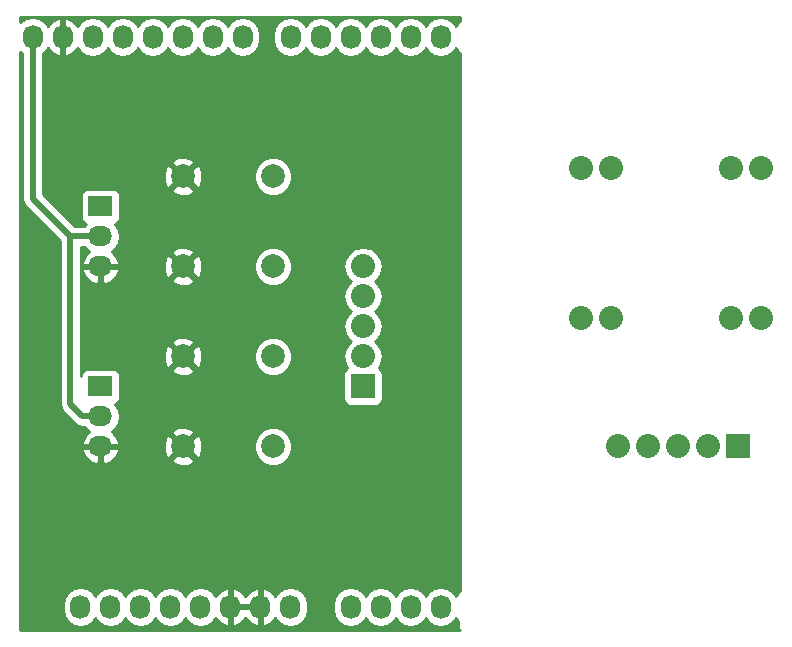
<source format=gbl>
G04 This is an RS-274x file exported by *
G04 gerbv version 2.6.0 *
G04 More information is available about gerbv at *
G04 http://gerbv.gpleda.org/ *
G04 --End of header info--*
%MOIN*%
%FSLAX36Y36*%
%IPPOS*%
G04 --Define apertures--*
%ADD10C,0.0039*%
%ADD11R,0.0800X0.0800*%
%ADD12O,0.0800X0.0800*%
%ADD13O,0.0680X0.0800*%
%ADD14C,0.0787*%
%ADD15C,0.0800*%
%ADD16R,0.0800X0.0680*%
%ADD17O,0.0800X0.0680*%
%ADD18C,0.0200*%
%ADD19C,0.0100*%
G04 --Start main section--*
G54D11*
G01X7660000Y-4340000D03*
G54D12*
G01X7560000Y-4340000D03*
G01X7460000Y-4340000D03*
G01X7360000Y-4340000D03*
G01X7260000Y-4340000D03*
G54D13*
G01X5468000Y-4875000D03*
G01X5568000Y-4875000D03*
G01X5668000Y-4875000D03*
G01X5768000Y-4875000D03*
G01X5868000Y-4875000D03*
G01X5968000Y-4875000D03*
G01X6068000Y-4875000D03*
G01X6168000Y-4875000D03*
G01X6369000Y-4875000D03*
G01X6469000Y-4875000D03*
G01X6569000Y-4875000D03*
G01X6669000Y-4875000D03*
G01X6369000Y-2975000D03*
G01X6469000Y-2975000D03*
G01X6269000Y-2975000D03*
G01X6169000Y-2975000D03*
G01X6569000Y-2975000D03*
G01X6669000Y-2975000D03*
G01X5509000Y-2975000D03*
G01X5609000Y-2975000D03*
G01X5709000Y-2975000D03*
G01X6009000Y-2975000D03*
G01X5909000Y-2975000D03*
G01X5809000Y-2975000D03*
G01X5309000Y-2975000D03*
G01X5409000Y-2975000D03*
G54D14*
G01X6110000Y-3740000D03*
G01X5810000Y-3740000D03*
G54D15*
G01X7137795Y-3411775D03*
G54D12*
G01X7237795Y-3411775D03*
G54D14*
G01X6110000Y-4040000D03*
G01X5810000Y-4040000D03*
G54D15*
G01X7737795Y-3411775D03*
G54D12*
G01X7637795Y-3411775D03*
G54D14*
G01X6110000Y-3440000D03*
G01X5810000Y-3440000D03*
G54D15*
G01X7237795Y-3911775D03*
G54D12*
G01X7137795Y-3911775D03*
G54D14*
G01X6110000Y-4340000D03*
G01X5810000Y-4340000D03*
G54D15*
G01X7737795Y-3911775D03*
G54D12*
G01X7637795Y-3911775D03*
G54D16*
G01X5535000Y-4140000D03*
G54D17*
G01X5535000Y-4240000D03*
G01X5535000Y-4340000D03*
G54D16*
G01X5535000Y-3540000D03*
G54D17*
G01X5535000Y-3640000D03*
G01X5535000Y-3740000D03*
G54D11*
G01X6410000Y-4140000D03*
G54D12*
G01X6410000Y-4040000D03*
G01X6410000Y-3940000D03*
G01X6410000Y-3840000D03*
G01X6410000Y-3740000D03*
G54D18*
G01X5435000Y-3640000D02*
G01X5435000Y-4200000D01*
G01X5435000Y-4200000D02*
G01X5475000Y-4240000D01*
G01X5475000Y-4240000D02*
G01X5535000Y-4240000D01*
G01X5309000Y-3514000D02*
G01X5435000Y-3640000D01*
G01X5435000Y-3640000D02*
G01X5535000Y-3640000D01*
G01X5309000Y-2975000D02*
G01X5309000Y-3514000D01*
G54D19*
G36*
G01X6732047Y-2922822D02*
G01X6727281Y-2926007D01*
G01X6719000Y-2938400D01*
G01X6710719Y-2926007D01*
G01X6691578Y-2913218D01*
G01X6669000Y-2908727D01*
G01X6646422Y-2913218D01*
G01X6627281Y-2926007D01*
G01X6619000Y-2938400D01*
G01X6610719Y-2926007D01*
G01X6591578Y-2913218D01*
G01X6569000Y-2908727D01*
G01X6546422Y-2913218D01*
G01X6527281Y-2926007D01*
G01X6519000Y-2938400D01*
G01X6510719Y-2926007D01*
G01X6491578Y-2913218D01*
G01X6469000Y-2908727D01*
G01X6446422Y-2913218D01*
G01X6427281Y-2926007D01*
G01X6419000Y-2938400D01*
G01X6410719Y-2926007D01*
G01X6391578Y-2913218D01*
G01X6369000Y-2908727D01*
G01X6346422Y-2913218D01*
G01X6327281Y-2926007D01*
G01X6319000Y-2938400D01*
G01X6310719Y-2926007D01*
G01X6291578Y-2913218D01*
G01X6269000Y-2908727D01*
G01X6246422Y-2913218D01*
G01X6227281Y-2926007D01*
G01X6219000Y-2938400D01*
G01X6210719Y-2926007D01*
G01X6191578Y-2913218D01*
G01X6169000Y-2908727D01*
G01X6146422Y-2913218D01*
G01X6127281Y-2926007D01*
G01X6114491Y-2945148D01*
G01X6110000Y-2967727D01*
G01X6110000Y-2982273D01*
G01X6114491Y-3004852D01*
G01X6127281Y-3023993D01*
G01X6146422Y-3036782D01*
G01X6169000Y-3041273D01*
G01X6191578Y-3036782D01*
G01X6210719Y-3023993D01*
G01X6219000Y-3011600D01*
G01X6227281Y-3023993D01*
G01X6246422Y-3036782D01*
G01X6269000Y-3041273D01*
G01X6291578Y-3036782D01*
G01X6310719Y-3023993D01*
G01X6319000Y-3011600D01*
G01X6327281Y-3023993D01*
G01X6346422Y-3036782D01*
G01X6369000Y-3041273D01*
G01X6391578Y-3036782D01*
G01X6410719Y-3023993D01*
G01X6419000Y-3011600D01*
G01X6427281Y-3023993D01*
G01X6446422Y-3036782D01*
G01X6469000Y-3041273D01*
G01X6491578Y-3036782D01*
G01X6510719Y-3023993D01*
G01X6519000Y-3011600D01*
G01X6527281Y-3023993D01*
G01X6546422Y-3036782D01*
G01X6569000Y-3041273D01*
G01X6591578Y-3036782D01*
G01X6610719Y-3023993D01*
G01X6619000Y-3011600D01*
G01X6627281Y-3023993D01*
G01X6646422Y-3036782D01*
G01X6669000Y-3041273D01*
G01X6691578Y-3036782D01*
G01X6710719Y-3023993D01*
G01X6719000Y-3011600D01*
G01X6727281Y-3023993D01*
G01X6732047Y-3027178D01*
G01X6732047Y-4822822D01*
G01X6727281Y-4826007D01*
G01X6719000Y-4838400D01*
G01X6710719Y-4826007D01*
G01X6691578Y-4813218D01*
G01X6669000Y-4808727D01*
G01X6646422Y-4813218D01*
G01X6627281Y-4826007D01*
G01X6619000Y-4838400D01*
G01X6610719Y-4826007D01*
G01X6591578Y-4813218D01*
G01X6569000Y-4808727D01*
G01X6546422Y-4813218D01*
G01X6527281Y-4826007D01*
G01X6519000Y-4838400D01*
G01X6510719Y-4826007D01*
G01X6491578Y-4813218D01*
G01X6469000Y-4808727D01*
G01X6446422Y-4813218D01*
G01X6427281Y-4826007D01*
G01X6419000Y-4838400D01*
G01X6410719Y-4826007D01*
G01X6391578Y-4813218D01*
G01X6369000Y-4808727D01*
G01X6346422Y-4813218D01*
G01X6327281Y-4826007D01*
G01X6314491Y-4845148D01*
G01X6310000Y-4867727D01*
G01X6310000Y-4882273D01*
G01X6314491Y-4904852D01*
G01X6327281Y-4923993D01*
G01X6346422Y-4936782D01*
G01X6369000Y-4941273D01*
G01X6391578Y-4936782D01*
G01X6410719Y-4923993D01*
G01X6419000Y-4911600D01*
G01X6427281Y-4923993D01*
G01X6446422Y-4936782D01*
G01X6469000Y-4941273D01*
G01X6491578Y-4936782D01*
G01X6510719Y-4923993D01*
G01X6519000Y-4911600D01*
G01X6527281Y-4923993D01*
G01X6546422Y-4936782D01*
G01X6569000Y-4941273D01*
G01X6591578Y-4936782D01*
G01X6610719Y-4923993D01*
G01X6619000Y-4911600D01*
G01X6627281Y-4923993D01*
G01X6646422Y-4936782D01*
G01X6669000Y-4941273D01*
G01X6691578Y-4936782D01*
G01X6710719Y-4923993D01*
G01X6719000Y-4911600D01*
G01X6727281Y-4923993D01*
G01X6732047Y-4927178D01*
G01X6732047Y-4952047D01*
G01X5267953Y-4952047D01*
G01X5267953Y-4867727D01*
G01X5409000Y-4867727D01*
G01X5409000Y-4882273D01*
G01X5413491Y-4904852D01*
G01X5426281Y-4923993D01*
G01X5445422Y-4936782D01*
G01X5468000Y-4941273D01*
G01X5490578Y-4936782D01*
G01X5509719Y-4923993D01*
G01X5518000Y-4911600D01*
G01X5526281Y-4923993D01*
G01X5545422Y-4936782D01*
G01X5568000Y-4941273D01*
G01X5590578Y-4936782D01*
G01X5609719Y-4923993D01*
G01X5618000Y-4911600D01*
G01X5626281Y-4923993D01*
G01X5645422Y-4936782D01*
G01X5668000Y-4941273D01*
G01X5690578Y-4936782D01*
G01X5709719Y-4923993D01*
G01X5718000Y-4911600D01*
G01X5726281Y-4923993D01*
G01X5745422Y-4936782D01*
G01X5768000Y-4941273D01*
G01X5790578Y-4936782D01*
G01X5809719Y-4923993D01*
G01X5818000Y-4911600D01*
G01X5826281Y-4923993D01*
G01X5845422Y-4936782D01*
G01X5868000Y-4941273D01*
G01X5890578Y-4936782D01*
G01X5909719Y-4923993D01*
G01X5917861Y-4911808D01*
G01X5932487Y-4928178D01*
G01X5953244Y-4938178D01*
G01X5953865Y-4938282D01*
G01X5963000Y-4933512D01*
G01X5963000Y-4880000D01*
G01X5973000Y-4880000D01*
G01X5973000Y-4933512D01*
G01X5982135Y-4938282D01*
G01X5982756Y-4938178D01*
G01X6003513Y-4928178D01*
G01X6018000Y-4911964D01*
G01X6032487Y-4928178D01*
G01X6053244Y-4938178D01*
G01X6053865Y-4938282D01*
G01X6063000Y-4933512D01*
G01X6063000Y-4880000D01*
G01X5973000Y-4880000D01*
G01X5963000Y-4880000D01*
G01X5962213Y-4880000D01*
G01X5962213Y-4870000D01*
G01X5963000Y-4870000D01*
G01X5963000Y-4816488D01*
G01X5973000Y-4816488D01*
G01X5973000Y-4870000D01*
G01X6063000Y-4870000D01*
G01X6063000Y-4816488D01*
G01X6073000Y-4816488D01*
G01X6073000Y-4870000D01*
G01X6073787Y-4870000D01*
G01X6073787Y-4880000D01*
G01X6073000Y-4880000D01*
G01X6073000Y-4933512D01*
G01X6082135Y-4938282D01*
G01X6082756Y-4938178D01*
G01X6103513Y-4928178D01*
G01X6118139Y-4911808D01*
G01X6126281Y-4923993D01*
G01X6145422Y-4936782D01*
G01X6168000Y-4941273D01*
G01X6190578Y-4936782D01*
G01X6209719Y-4923993D01*
G01X6222509Y-4904852D01*
G01X6227000Y-4882273D01*
G01X6227000Y-4867727D01*
G01X6222509Y-4845148D01*
G01X6209719Y-4826007D01*
G01X6190578Y-4813218D01*
G01X6168000Y-4808727D01*
G01X6145422Y-4813218D01*
G01X6126281Y-4826007D01*
G01X6118139Y-4838192D01*
G01X6103513Y-4821822D01*
G01X6082756Y-4811822D01*
G01X6082135Y-4811718D01*
G01X6073000Y-4816488D01*
G01X6063000Y-4816488D01*
G01X6053865Y-4811718D01*
G01X6053244Y-4811822D01*
G01X6032487Y-4821822D01*
G01X6018000Y-4838036D01*
G01X6003513Y-4821822D01*
G01X5982756Y-4811822D01*
G01X5982135Y-4811718D01*
G01X5973000Y-4816488D01*
G01X5963000Y-4816488D01*
G01X5953865Y-4811718D01*
G01X5953244Y-4811822D01*
G01X5932487Y-4821822D01*
G01X5917861Y-4838192D01*
G01X5909719Y-4826007D01*
G01X5890578Y-4813218D01*
G01X5868000Y-4808727D01*
G01X5845422Y-4813218D01*
G01X5826281Y-4826007D01*
G01X5818000Y-4838400D01*
G01X5809719Y-4826007D01*
G01X5790578Y-4813218D01*
G01X5768000Y-4808727D01*
G01X5745422Y-4813218D01*
G01X5726281Y-4826007D01*
G01X5718000Y-4838400D01*
G01X5709719Y-4826007D01*
G01X5690578Y-4813218D01*
G01X5668000Y-4808727D01*
G01X5645422Y-4813218D01*
G01X5626281Y-4826007D01*
G01X5618000Y-4838400D01*
G01X5609719Y-4826007D01*
G01X5590578Y-4813218D01*
G01X5568000Y-4808727D01*
G01X5545422Y-4813218D01*
G01X5526281Y-4826007D01*
G01X5518000Y-4838400D01*
G01X5509719Y-4826007D01*
G01X5490578Y-4813218D01*
G01X5468000Y-4808727D01*
G01X5445422Y-4813218D01*
G01X5426281Y-4826007D01*
G01X5413491Y-4845148D01*
G01X5409000Y-4867727D01*
G01X5267953Y-4867727D01*
G01X5267953Y-4354135D01*
G01X5471718Y-4354135D01*
G01X5471822Y-4354756D01*
G01X5481822Y-4375513D01*
G01X5499003Y-4390864D01*
G01X5520751Y-4398472D01*
G01X5530000Y-4392792D01*
G01X5530000Y-4345000D01*
G01X5540000Y-4345000D01*
G01X5540000Y-4392792D01*
G01X5549249Y-4398472D01*
G01X5570997Y-4390864D01*
G01X5577157Y-4385361D01*
G01X5771710Y-4385361D01*
G01X5775592Y-4395865D01*
G01X5799590Y-4404780D01*
G01X5825172Y-4403832D01*
G01X5844408Y-4395865D01*
G01X5848290Y-4385361D01*
G01X5810000Y-4347071D01*
G01X5771710Y-4385361D01*
G01X5577157Y-4385361D01*
G01X5588178Y-4375513D01*
G01X5598178Y-4354756D01*
G01X5598282Y-4354135D01*
G01X5593512Y-4345000D01*
G01X5540000Y-4345000D01*
G01X5530000Y-4345000D01*
G01X5476488Y-4345000D01*
G01X5471718Y-4354135D01*
G01X5267953Y-4354135D01*
G01X5267953Y-3024442D01*
G01X5274000Y-3028482D01*
G01X5274000Y-3514000D01*
G01X5276664Y-3527394D01*
G01X5282156Y-3535613D01*
G01X5284251Y-3538749D01*
G01X5400000Y-3654497D01*
G01X5400000Y-4200000D01*
G01X5402664Y-4213394D01*
G01X5410251Y-4224749D01*
G01X5450251Y-4264749D01*
G01X5461606Y-4272336D01*
G01X5475000Y-4275000D01*
G01X5481518Y-4275000D01*
G01X5486007Y-4281719D01*
G01X5498192Y-4289861D01*
G01X5481822Y-4304487D01*
G01X5471822Y-4325244D01*
G01X5471718Y-4325865D01*
G01X5476488Y-4335000D01*
G01X5530000Y-4335000D01*
G01X5530000Y-4334213D01*
G01X5540000Y-4334213D01*
G01X5540000Y-4335000D01*
G01X5593512Y-4335000D01*
G01X5596337Y-4329590D01*
G01X5745220Y-4329590D01*
G01X5746168Y-4355172D01*
G01X5754135Y-4374408D01*
G01X5764639Y-4378290D01*
G01X5802929Y-4340000D01*
G01X5817071Y-4340000D01*
G01X5855361Y-4378290D01*
G01X5865865Y-4374408D01*
G01X5873913Y-4352744D01*
G01X6045639Y-4352744D01*
G01X6055415Y-4376404D01*
G01X6073501Y-4394521D01*
G01X6097144Y-4404339D01*
G01X6122744Y-4404361D01*
G01X6146404Y-4394585D01*
G01X6164521Y-4376499D01*
G01X6174339Y-4352856D01*
G01X6174361Y-4327256D01*
G01X6164585Y-4303596D01*
G01X6146499Y-4285479D01*
G01X6122856Y-4275661D01*
G01X6097256Y-4275639D01*
G01X6073596Y-4285415D01*
G01X6055479Y-4303501D01*
G01X6045661Y-4327144D01*
G01X6045639Y-4352744D01*
G01X5873913Y-4352744D01*
G01X5874780Y-4350410D01*
G01X5873832Y-4324828D01*
G01X5865865Y-4305592D01*
G01X5855361Y-4301710D01*
G01X5817071Y-4340000D01*
G01X5802929Y-4340000D01*
G01X5764639Y-4301710D01*
G01X5754135Y-4305592D01*
G01X5745220Y-4329590D01*
G01X5596337Y-4329590D01*
G01X5598282Y-4325865D01*
G01X5598178Y-4325244D01*
G01X5588178Y-4304487D01*
G01X5577157Y-4294639D01*
G01X5771710Y-4294639D01*
G01X5810000Y-4332929D01*
G01X5848290Y-4294639D01*
G01X5844408Y-4284135D01*
G01X5820410Y-4275220D01*
G01X5794828Y-4276168D01*
G01X5775592Y-4284135D01*
G01X5771710Y-4294639D01*
G01X5577157Y-4294639D01*
G01X5571808Y-4289861D01*
G01X5583993Y-4281719D01*
G01X5596782Y-4262578D01*
G01X5601273Y-4240000D01*
G01X5596782Y-4217422D01*
G01X5583993Y-4198281D01*
G01X5583429Y-4197904D01*
G01X5584264Y-4197747D01*
G01X5592773Y-4192271D01*
G01X5598482Y-4183917D01*
G01X5600490Y-4174000D01*
G01X5600490Y-4106000D01*
G01X5598747Y-4096736D01*
G01X5593271Y-4088227D01*
G01X5589077Y-4085361D01*
G01X5771710Y-4085361D01*
G01X5775592Y-4095865D01*
G01X5799590Y-4104780D01*
G01X5825172Y-4103832D01*
G01X5844408Y-4095865D01*
G01X5848290Y-4085361D01*
G01X5810000Y-4047071D01*
G01X5771710Y-4085361D01*
G01X5589077Y-4085361D01*
G01X5584917Y-4082518D01*
G01X5575000Y-4080510D01*
G01X5495000Y-4080510D01*
G01X5485736Y-4082253D01*
G01X5477227Y-4087729D01*
G01X5471518Y-4096083D01*
G01X5470000Y-4103581D01*
G01X5470000Y-4029590D01*
G01X5745220Y-4029590D01*
G01X5746168Y-4055172D01*
G01X5754135Y-4074408D01*
G01X5764639Y-4078290D01*
G01X5802929Y-4040000D01*
G01X5817071Y-4040000D01*
G01X5855361Y-4078290D01*
G01X5865865Y-4074408D01*
G01X5873913Y-4052744D01*
G01X6045639Y-4052744D01*
G01X6055415Y-4076404D01*
G01X6073501Y-4094521D01*
G01X6097144Y-4104339D01*
G01X6122744Y-4104361D01*
G01X6146404Y-4094585D01*
G01X6164521Y-4076499D01*
G01X6174339Y-4052856D01*
G01X6174361Y-4027256D01*
G01X6164585Y-4003596D01*
G01X6146499Y-3985479D01*
G01X6122856Y-3975661D01*
G01X6097256Y-3975639D01*
G01X6073596Y-3985415D01*
G01X6055479Y-4003501D01*
G01X6045661Y-4027144D01*
G01X6045639Y-4052744D01*
G01X5873913Y-4052744D01*
G01X5874780Y-4050410D01*
G01X5873832Y-4024828D01*
G01X5865865Y-4005592D01*
G01X5855361Y-4001710D01*
G01X5817071Y-4040000D01*
G01X5802929Y-4040000D01*
G01X5764639Y-4001710D01*
G01X5754135Y-4005592D01*
G01X5745220Y-4029590D01*
G01X5470000Y-4029590D01*
G01X5470000Y-3994639D01*
G01X5771710Y-3994639D01*
G01X5810000Y-4032929D01*
G01X5848290Y-3994639D01*
G01X5844408Y-3984135D01*
G01X5820410Y-3975220D01*
G01X5794828Y-3976168D01*
G01X5775592Y-3984135D01*
G01X5771710Y-3994639D01*
G01X5470000Y-3994639D01*
G01X5470000Y-3754135D01*
G01X5471718Y-3754135D01*
G01X5471822Y-3754756D01*
G01X5481822Y-3775513D01*
G01X5499003Y-3790864D01*
G01X5520751Y-3798472D01*
G01X5530000Y-3792792D01*
G01X5530000Y-3745000D01*
G01X5540000Y-3745000D01*
G01X5540000Y-3792792D01*
G01X5549249Y-3798472D01*
G01X5570997Y-3790864D01*
G01X5577157Y-3785361D01*
G01X5771710Y-3785361D01*
G01X5775592Y-3795865D01*
G01X5799590Y-3804780D01*
G01X5825172Y-3803832D01*
G01X5844408Y-3795865D01*
G01X5848290Y-3785361D01*
G01X5810000Y-3747071D01*
G01X5771710Y-3785361D01*
G01X5577157Y-3785361D01*
G01X5588178Y-3775513D01*
G01X5598178Y-3754756D01*
G01X5598282Y-3754135D01*
G01X5593512Y-3745000D01*
G01X5540000Y-3745000D01*
G01X5530000Y-3745000D01*
G01X5476488Y-3745000D01*
G01X5471718Y-3754135D01*
G01X5470000Y-3754135D01*
G01X5470000Y-3675000D01*
G01X5481518Y-3675000D01*
G01X5486007Y-3681719D01*
G01X5498192Y-3689861D01*
G01X5481822Y-3704487D01*
G01X5471822Y-3725244D01*
G01X5471718Y-3725865D01*
G01X5476488Y-3735000D01*
G01X5530000Y-3735000D01*
G01X5530000Y-3734213D01*
G01X5540000Y-3734213D01*
G01X5540000Y-3735000D01*
G01X5593512Y-3735000D01*
G01X5596337Y-3729590D01*
G01X5745220Y-3729590D01*
G01X5746168Y-3755172D01*
G01X5754135Y-3774408D01*
G01X5764639Y-3778290D01*
G01X5802929Y-3740000D01*
G01X5817071Y-3740000D01*
G01X5855361Y-3778290D01*
G01X5865865Y-3774408D01*
G01X5873913Y-3752744D01*
G01X6045639Y-3752744D01*
G01X6055415Y-3776404D01*
G01X6073501Y-3794521D01*
G01X6097144Y-3804339D01*
G01X6122744Y-3804361D01*
G01X6146404Y-3794585D01*
G01X6164521Y-3776499D01*
G01X6174339Y-3752856D01*
G01X6174350Y-3740000D01*
G01X6343727Y-3740000D01*
G01X6348674Y-3764874D01*
G01X6362765Y-3785962D01*
G01X6368808Y-3790000D01*
G01X6362765Y-3794038D01*
G01X6348674Y-3815126D01*
G01X6343727Y-3840000D01*
G01X6348674Y-3864874D01*
G01X6362765Y-3885962D01*
G01X6368808Y-3890000D01*
G01X6362765Y-3894038D01*
G01X6348674Y-3915126D01*
G01X6343727Y-3940000D01*
G01X6348674Y-3964874D01*
G01X6362765Y-3985962D01*
G01X6368808Y-3990000D01*
G01X6362765Y-3994038D01*
G01X6348674Y-4015126D01*
G01X6343727Y-4040000D01*
G01X6348674Y-4064874D01*
G01X6357618Y-4078260D01*
G01X6352227Y-4081729D01*
G01X6346518Y-4090083D01*
G01X6344510Y-4100000D01*
G01X6344510Y-4180000D01*
G01X6346253Y-4189264D01*
G01X6351729Y-4197773D01*
G01X6360083Y-4203482D01*
G01X6370000Y-4205490D01*
G01X6450000Y-4205490D01*
G01X6459264Y-4203747D01*
G01X6467773Y-4198271D01*
G01X6473482Y-4189917D01*
G01X6475490Y-4180000D01*
G01X6475490Y-4100000D01*
G01X6473747Y-4090736D01*
G01X6468271Y-4082227D01*
G01X6462408Y-4078221D01*
G01X6471326Y-4064874D01*
G01X6476273Y-4040000D01*
G01X6471326Y-4015126D01*
G01X6457235Y-3994038D01*
G01X6451192Y-3990000D01*
G01X6457235Y-3985962D01*
G01X6471326Y-3964874D01*
G01X6476273Y-3940000D01*
G01X6471326Y-3915126D01*
G01X6457235Y-3894038D01*
G01X6451192Y-3890000D01*
G01X6457235Y-3885962D01*
G01X6471326Y-3864874D01*
G01X6476273Y-3840000D01*
G01X6471326Y-3815126D01*
G01X6457235Y-3794038D01*
G01X6451192Y-3790000D01*
G01X6457235Y-3785962D01*
G01X6471326Y-3764874D01*
G01X6476273Y-3740000D01*
G01X6471326Y-3715126D01*
G01X6457235Y-3694038D01*
G01X6436148Y-3679948D01*
G01X6411273Y-3675000D01*
G01X6408727Y-3675000D01*
G01X6383852Y-3679948D01*
G01X6362765Y-3694038D01*
G01X6348674Y-3715126D01*
G01X6343727Y-3740000D01*
G01X6174350Y-3740000D01*
G01X6174361Y-3727256D01*
G01X6164585Y-3703596D01*
G01X6146499Y-3685479D01*
G01X6122856Y-3675661D01*
G01X6097256Y-3675639D01*
G01X6073596Y-3685415D01*
G01X6055479Y-3703501D01*
G01X6045661Y-3727144D01*
G01X6045639Y-3752744D01*
G01X5873913Y-3752744D01*
G01X5874780Y-3750410D01*
G01X5873832Y-3724828D01*
G01X5865865Y-3705592D01*
G01X5855361Y-3701710D01*
G01X5817071Y-3740000D01*
G01X5802929Y-3740000D01*
G01X5764639Y-3701710D01*
G01X5754135Y-3705592D01*
G01X5745220Y-3729590D01*
G01X5596337Y-3729590D01*
G01X5598282Y-3725865D01*
G01X5598178Y-3725244D01*
G01X5588178Y-3704487D01*
G01X5577157Y-3694639D01*
G01X5771710Y-3694639D01*
G01X5810000Y-3732929D01*
G01X5848290Y-3694639D01*
G01X5844408Y-3684135D01*
G01X5820410Y-3675220D01*
G01X5794828Y-3676168D01*
G01X5775592Y-3684135D01*
G01X5771710Y-3694639D01*
G01X5577157Y-3694639D01*
G01X5571808Y-3689861D01*
G01X5583993Y-3681719D01*
G01X5596782Y-3662578D01*
G01X5601273Y-3640000D01*
G01X5596782Y-3617422D01*
G01X5583993Y-3598281D01*
G01X5583429Y-3597904D01*
G01X5584264Y-3597747D01*
G01X5592773Y-3592271D01*
G01X5598482Y-3583917D01*
G01X5600490Y-3574000D01*
G01X5600490Y-3506000D01*
G01X5598747Y-3496736D01*
G01X5593271Y-3488227D01*
G01X5589077Y-3485361D01*
G01X5771710Y-3485361D01*
G01X5775592Y-3495865D01*
G01X5799590Y-3504780D01*
G01X5825172Y-3503832D01*
G01X5844408Y-3495865D01*
G01X5848290Y-3485361D01*
G01X5810000Y-3447071D01*
G01X5771710Y-3485361D01*
G01X5589077Y-3485361D01*
G01X5584917Y-3482518D01*
G01X5575000Y-3480510D01*
G01X5495000Y-3480510D01*
G01X5485736Y-3482253D01*
G01X5477227Y-3487729D01*
G01X5471518Y-3496083D01*
G01X5469510Y-3506000D01*
G01X5469510Y-3574000D01*
G01X5471253Y-3583264D01*
G01X5476729Y-3591773D01*
G01X5485083Y-3597482D01*
G01X5486710Y-3597811D01*
G01X5486007Y-3598281D01*
G01X5481518Y-3605000D01*
G01X5449497Y-3605000D01*
G01X5344000Y-3499503D01*
G01X5344000Y-3429590D01*
G01X5745220Y-3429590D01*
G01X5746168Y-3455172D01*
G01X5754135Y-3474408D01*
G01X5764639Y-3478290D01*
G01X5802929Y-3440000D01*
G01X5817071Y-3440000D01*
G01X5855361Y-3478290D01*
G01X5865865Y-3474408D01*
G01X5873913Y-3452744D01*
G01X6045639Y-3452744D01*
G01X6055415Y-3476404D01*
G01X6073501Y-3494521D01*
G01X6097144Y-3504339D01*
G01X6122744Y-3504361D01*
G01X6146404Y-3494585D01*
G01X6164521Y-3476499D01*
G01X6174339Y-3452856D01*
G01X6174361Y-3427256D01*
G01X6164585Y-3403596D01*
G01X6146499Y-3385479D01*
G01X6122856Y-3375661D01*
G01X6097256Y-3375639D01*
G01X6073596Y-3385415D01*
G01X6055479Y-3403501D01*
G01X6045661Y-3427144D01*
G01X6045639Y-3452744D01*
G01X5873913Y-3452744D01*
G01X5874780Y-3450410D01*
G01X5873832Y-3424828D01*
G01X5865865Y-3405592D01*
G01X5855361Y-3401710D01*
G01X5817071Y-3440000D01*
G01X5802929Y-3440000D01*
G01X5764639Y-3401710D01*
G01X5754135Y-3405592D01*
G01X5745220Y-3429590D01*
G01X5344000Y-3429590D01*
G01X5344000Y-3394639D01*
G01X5771710Y-3394639D01*
G01X5810000Y-3432929D01*
G01X5848290Y-3394639D01*
G01X5844408Y-3384135D01*
G01X5820410Y-3375220D01*
G01X5794828Y-3376168D01*
G01X5775592Y-3384135D01*
G01X5771710Y-3394639D01*
G01X5344000Y-3394639D01*
G01X5344000Y-3028482D01*
G01X5350719Y-3023993D01*
G01X5358861Y-3011808D01*
G01X5373487Y-3028178D01*
G01X5394244Y-3038178D01*
G01X5394865Y-3038282D01*
G01X5404000Y-3033512D01*
G01X5404000Y-2980000D01*
G01X5403213Y-2980000D01*
G01X5403213Y-2970000D01*
G01X5404000Y-2970000D01*
G01X5404000Y-2916488D01*
G01X5414000Y-2916488D01*
G01X5414000Y-2970000D01*
G01X5414787Y-2970000D01*
G01X5414787Y-2980000D01*
G01X5414000Y-2980000D01*
G01X5414000Y-3033512D01*
G01X5423135Y-3038282D01*
G01X5423756Y-3038178D01*
G01X5444513Y-3028178D01*
G01X5459139Y-3011808D01*
G01X5467281Y-3023993D01*
G01X5486422Y-3036782D01*
G01X5509000Y-3041273D01*
G01X5531578Y-3036782D01*
G01X5550719Y-3023993D01*
G01X5559000Y-3011600D01*
G01X5567281Y-3023993D01*
G01X5586422Y-3036782D01*
G01X5609000Y-3041273D01*
G01X5631578Y-3036782D01*
G01X5650719Y-3023993D01*
G01X5659000Y-3011600D01*
G01X5667281Y-3023993D01*
G01X5686422Y-3036782D01*
G01X5709000Y-3041273D01*
G01X5731578Y-3036782D01*
G01X5750719Y-3023993D01*
G01X5759000Y-3011600D01*
G01X5767281Y-3023993D01*
G01X5786422Y-3036782D01*
G01X5809000Y-3041273D01*
G01X5831578Y-3036782D01*
G01X5850719Y-3023993D01*
G01X5859000Y-3011600D01*
G01X5867281Y-3023993D01*
G01X5886422Y-3036782D01*
G01X5909000Y-3041273D01*
G01X5931578Y-3036782D01*
G01X5950719Y-3023993D01*
G01X5959000Y-3011600D01*
G01X5967281Y-3023993D01*
G01X5986422Y-3036782D01*
G01X6009000Y-3041273D01*
G01X6031578Y-3036782D01*
G01X6050719Y-3023993D01*
G01X6063509Y-3004852D01*
G01X6068000Y-2982273D01*
G01X6068000Y-2967727D01*
G01X6063509Y-2945148D01*
G01X6050719Y-2926007D01*
G01X6031578Y-2913218D01*
G01X6009000Y-2908727D01*
G01X5986422Y-2913218D01*
G01X5967281Y-2926007D01*
G01X5959000Y-2938400D01*
G01X5950719Y-2926007D01*
G01X5931578Y-2913218D01*
G01X5909000Y-2908727D01*
G01X5886422Y-2913218D01*
G01X5867281Y-2926007D01*
G01X5859000Y-2938400D01*
G01X5850719Y-2926007D01*
G01X5831578Y-2913218D01*
G01X5809000Y-2908727D01*
G01X5786422Y-2913218D01*
G01X5767281Y-2926007D01*
G01X5759000Y-2938400D01*
G01X5750719Y-2926007D01*
G01X5731578Y-2913218D01*
G01X5709000Y-2908727D01*
G01X5686422Y-2913218D01*
G01X5667281Y-2926007D01*
G01X5659000Y-2938400D01*
G01X5650719Y-2926007D01*
G01X5631578Y-2913218D01*
G01X5609000Y-2908727D01*
G01X5586422Y-2913218D01*
G01X5567281Y-2926007D01*
G01X5559000Y-2938400D01*
G01X5550719Y-2926007D01*
G01X5531578Y-2913218D01*
G01X5509000Y-2908727D01*
G01X5486422Y-2913218D01*
G01X5467281Y-2926007D01*
G01X5459139Y-2938192D01*
G01X5444513Y-2921822D01*
G01X5423756Y-2911822D01*
G01X5423135Y-2911718D01*
G01X5414000Y-2916488D01*
G01X5404000Y-2916488D01*
G01X5394865Y-2911718D01*
G01X5394244Y-2911822D01*
G01X5373487Y-2921822D01*
G01X5358861Y-2938192D01*
G01X5350719Y-2926007D01*
G01X5331578Y-2913218D01*
G01X5309000Y-2908727D01*
G01X5286422Y-2913218D01*
G01X5267953Y-2925558D01*
G01X5267953Y-2907953D01*
G01X6732047Y-2907953D01*
G01X6732047Y-2922822D01*
G01X6732047Y-2922822D01*
G37*
G01X6732047Y-2922822D02*
G01X6727281Y-2926007D01*
G01X6727281Y-2926007D02*
G01X6719000Y-2938400D01*
G01X6719000Y-2938400D02*
G01X6710719Y-2926007D01*
G01X6710719Y-2926007D02*
G01X6691578Y-2913218D01*
G01X6691578Y-2913218D02*
G01X6669000Y-2908727D01*
G01X6669000Y-2908727D02*
G01X6646422Y-2913218D01*
G01X6646422Y-2913218D02*
G01X6627281Y-2926007D01*
G01X6627281Y-2926007D02*
G01X6619000Y-2938400D01*
G01X6619000Y-2938400D02*
G01X6610719Y-2926007D01*
G01X6610719Y-2926007D02*
G01X6591578Y-2913218D01*
G01X6591578Y-2913218D02*
G01X6569000Y-2908727D01*
G01X6569000Y-2908727D02*
G01X6546422Y-2913218D01*
G01X6546422Y-2913218D02*
G01X6527281Y-2926007D01*
G01X6527281Y-2926007D02*
G01X6519000Y-2938400D01*
G01X6519000Y-2938400D02*
G01X6510719Y-2926007D01*
G01X6510719Y-2926007D02*
G01X6491578Y-2913218D01*
G01X6491578Y-2913218D02*
G01X6469000Y-2908727D01*
G01X6469000Y-2908727D02*
G01X6446422Y-2913218D01*
G01X6446422Y-2913218D02*
G01X6427281Y-2926007D01*
G01X6427281Y-2926007D02*
G01X6419000Y-2938400D01*
G01X6419000Y-2938400D02*
G01X6410719Y-2926007D01*
G01X6410719Y-2926007D02*
G01X6391578Y-2913218D01*
G01X6391578Y-2913218D02*
G01X6369000Y-2908727D01*
G01X6369000Y-2908727D02*
G01X6346422Y-2913218D01*
G01X6346422Y-2913218D02*
G01X6327281Y-2926007D01*
G01X6327281Y-2926007D02*
G01X6319000Y-2938400D01*
G01X6319000Y-2938400D02*
G01X6310719Y-2926007D01*
G01X6310719Y-2926007D02*
G01X6291578Y-2913218D01*
G01X6291578Y-2913218D02*
G01X6269000Y-2908727D01*
G01X6269000Y-2908727D02*
G01X6246422Y-2913218D01*
G01X6246422Y-2913218D02*
G01X6227281Y-2926007D01*
G01X6227281Y-2926007D02*
G01X6219000Y-2938400D01*
G01X6219000Y-2938400D02*
G01X6210719Y-2926007D01*
G01X6210719Y-2926007D02*
G01X6191578Y-2913218D01*
G01X6191578Y-2913218D02*
G01X6169000Y-2908727D01*
G01X6169000Y-2908727D02*
G01X6146422Y-2913218D01*
G01X6146422Y-2913218D02*
G01X6127281Y-2926007D01*
G01X6127281Y-2926007D02*
G01X6114491Y-2945148D01*
G01X6114491Y-2945148D02*
G01X6110000Y-2967727D01*
G01X6110000Y-2967727D02*
G01X6110000Y-2982273D01*
G01X6110000Y-2982273D02*
G01X6114491Y-3004852D01*
G01X6114491Y-3004852D02*
G01X6127281Y-3023993D01*
G01X6127281Y-3023993D02*
G01X6146422Y-3036782D01*
G01X6146422Y-3036782D02*
G01X6169000Y-3041273D01*
G01X6169000Y-3041273D02*
G01X6191578Y-3036782D01*
G01X6191578Y-3036782D02*
G01X6210719Y-3023993D01*
G01X6210719Y-3023993D02*
G01X6219000Y-3011600D01*
G01X6219000Y-3011600D02*
G01X6227281Y-3023993D01*
G01X6227281Y-3023993D02*
G01X6246422Y-3036782D01*
G01X6246422Y-3036782D02*
G01X6269000Y-3041273D01*
G01X6269000Y-3041273D02*
G01X6291578Y-3036782D01*
G01X6291578Y-3036782D02*
G01X6310719Y-3023993D01*
G01X6310719Y-3023993D02*
G01X6319000Y-3011600D01*
G01X6319000Y-3011600D02*
G01X6327281Y-3023993D01*
G01X6327281Y-3023993D02*
G01X6346422Y-3036782D01*
G01X6346422Y-3036782D02*
G01X6369000Y-3041273D01*
G01X6369000Y-3041273D02*
G01X6391578Y-3036782D01*
G01X6391578Y-3036782D02*
G01X6410719Y-3023993D01*
G01X6410719Y-3023993D02*
G01X6419000Y-3011600D01*
G01X6419000Y-3011600D02*
G01X6427281Y-3023993D01*
G01X6427281Y-3023993D02*
G01X6446422Y-3036782D01*
G01X6446422Y-3036782D02*
G01X6469000Y-3041273D01*
G01X6469000Y-3041273D02*
G01X6491578Y-3036782D01*
G01X6491578Y-3036782D02*
G01X6510719Y-3023993D01*
G01X6510719Y-3023993D02*
G01X6519000Y-3011600D01*
G01X6519000Y-3011600D02*
G01X6527281Y-3023993D01*
G01X6527281Y-3023993D02*
G01X6546422Y-3036782D01*
G01X6546422Y-3036782D02*
G01X6569000Y-3041273D01*
G01X6569000Y-3041273D02*
G01X6591578Y-3036782D01*
G01X6591578Y-3036782D02*
G01X6610719Y-3023993D01*
G01X6610719Y-3023993D02*
G01X6619000Y-3011600D01*
G01X6619000Y-3011600D02*
G01X6627281Y-3023993D01*
G01X6627281Y-3023993D02*
G01X6646422Y-3036782D01*
G01X6646422Y-3036782D02*
G01X6669000Y-3041273D01*
G01X6669000Y-3041273D02*
G01X6691578Y-3036782D01*
G01X6691578Y-3036782D02*
G01X6710719Y-3023993D01*
G01X6710719Y-3023993D02*
G01X6719000Y-3011600D01*
G01X6719000Y-3011600D02*
G01X6727281Y-3023993D01*
G01X6727281Y-3023993D02*
G01X6732047Y-3027178D01*
G01X6732047Y-3027178D02*
G01X6732047Y-4822822D01*
G01X6727281Y-4826007D02*
G01X6719000Y-4838400D01*
G01X6719000Y-4838400D02*
G01X6710719Y-4826007D01*
G01X6710719Y-4826007D02*
G01X6691578Y-4813218D01*
G01X6691578Y-4813218D02*
G01X6669000Y-4808727D01*
G01X6669000Y-4808727D02*
G01X6646422Y-4813218D01*
G01X6646422Y-4813218D02*
G01X6627281Y-4826007D01*
G01X6627281Y-4826007D02*
G01X6619000Y-4838400D01*
G01X6619000Y-4838400D02*
G01X6610719Y-4826007D01*
G01X6610719Y-4826007D02*
G01X6591578Y-4813218D01*
G01X6591578Y-4813218D02*
G01X6569000Y-4808727D01*
G01X6569000Y-4808727D02*
G01X6546422Y-4813218D01*
G01X6546422Y-4813218D02*
G01X6527281Y-4826007D01*
G01X6527281Y-4826007D02*
G01X6519000Y-4838400D01*
G01X6519000Y-4838400D02*
G01X6510719Y-4826007D01*
G01X6510719Y-4826007D02*
G01X6491578Y-4813218D01*
G01X6491578Y-4813218D02*
G01X6469000Y-4808727D01*
G01X6469000Y-4808727D02*
G01X6446422Y-4813218D01*
G01X6446422Y-4813218D02*
G01X6427281Y-4826007D01*
G01X6427281Y-4826007D02*
G01X6419000Y-4838400D01*
G01X6419000Y-4838400D02*
G01X6410719Y-4826007D01*
G01X6410719Y-4826007D02*
G01X6391578Y-4813218D01*
G01X6391578Y-4813218D02*
G01X6369000Y-4808727D01*
G01X6369000Y-4808727D02*
G01X6346422Y-4813218D01*
G01X6346422Y-4813218D02*
G01X6327281Y-4826007D01*
G01X6327281Y-4826007D02*
G01X6314491Y-4845148D01*
G01X6314491Y-4845148D02*
G01X6310000Y-4867727D01*
G01X6310000Y-4867727D02*
G01X6310000Y-4882273D01*
G01X6310000Y-4882273D02*
G01X6314491Y-4904852D01*
G01X6314491Y-4904852D02*
G01X6327281Y-4923993D01*
G01X6327281Y-4923993D02*
G01X6346422Y-4936782D01*
G01X6346422Y-4936782D02*
G01X6369000Y-4941273D01*
G01X6369000Y-4941273D02*
G01X6391578Y-4936782D01*
G01X6391578Y-4936782D02*
G01X6410719Y-4923993D01*
G01X6410719Y-4923993D02*
G01X6419000Y-4911600D01*
G01X6419000Y-4911600D02*
G01X6427281Y-4923993D01*
G01X6427281Y-4923993D02*
G01X6446422Y-4936782D01*
G01X6446422Y-4936782D02*
G01X6469000Y-4941273D01*
G01X6469000Y-4941273D02*
G01X6491578Y-4936782D01*
G01X6491578Y-4936782D02*
G01X6510719Y-4923993D01*
G01X6510719Y-4923993D02*
G01X6519000Y-4911600D01*
G01X6519000Y-4911600D02*
G01X6527281Y-4923993D01*
G01X6527281Y-4923993D02*
G01X6546422Y-4936782D01*
G01X6546422Y-4936782D02*
G01X6569000Y-4941273D01*
G01X6569000Y-4941273D02*
G01X6591578Y-4936782D01*
G01X6591578Y-4936782D02*
G01X6610719Y-4923993D01*
G01X6610719Y-4923993D02*
G01X6619000Y-4911600D01*
G01X6619000Y-4911600D02*
G01X6627281Y-4923993D01*
G01X6627281Y-4923993D02*
G01X6646422Y-4936782D01*
G01X6646422Y-4936782D02*
G01X6669000Y-4941273D01*
G01X6669000Y-4941273D02*
G01X6691578Y-4936782D01*
G01X6691578Y-4936782D02*
G01X6710719Y-4923993D01*
G01X6710719Y-4923993D02*
G01X6719000Y-4911600D01*
G01X6719000Y-4911600D02*
G01X6727281Y-4923993D01*
G01X6732047Y-4952047D02*
G01X5267953Y-4952047D01*
G01X5267953Y-4952047D02*
G01X5267953Y-4867727D01*
G01X5267953Y-4867727D02*
G01X5409000Y-4867727D01*
G01X5409000Y-4867727D02*
G01X5409000Y-4882273D01*
G01X5409000Y-4882273D02*
G01X5413491Y-4904852D01*
G01X5413491Y-4904852D02*
G01X5426281Y-4923993D01*
G01X5426281Y-4923993D02*
G01X5445422Y-4936782D01*
G01X5445422Y-4936782D02*
G01X5468000Y-4941273D01*
G01X5468000Y-4941273D02*
G01X5490578Y-4936782D01*
G01X5490578Y-4936782D02*
G01X5509719Y-4923993D01*
G01X5509719Y-4923993D02*
G01X5518000Y-4911600D01*
G01X5518000Y-4911600D02*
G01X5526281Y-4923993D01*
G01X5526281Y-4923993D02*
G01X5545422Y-4936782D01*
G01X5545422Y-4936782D02*
G01X5568000Y-4941273D01*
G01X5568000Y-4941273D02*
G01X5590578Y-4936782D01*
G01X5590578Y-4936782D02*
G01X5609719Y-4923993D01*
G01X5609719Y-4923993D02*
G01X5618000Y-4911600D01*
G01X5618000Y-4911600D02*
G01X5626281Y-4923993D01*
G01X5626281Y-4923993D02*
G01X5645422Y-4936782D01*
G01X5645422Y-4936782D02*
G01X5668000Y-4941273D01*
G01X5668000Y-4941273D02*
G01X5690578Y-4936782D01*
G01X5690578Y-4936782D02*
G01X5709719Y-4923993D01*
G01X5709719Y-4923993D02*
G01X5718000Y-4911600D01*
G01X5718000Y-4911600D02*
G01X5726281Y-4923993D01*
G01X5726281Y-4923993D02*
G01X5745422Y-4936782D01*
G01X5745422Y-4936782D02*
G01X5768000Y-4941273D01*
G01X5768000Y-4941273D02*
G01X5790578Y-4936782D01*
G01X5790578Y-4936782D02*
G01X5809719Y-4923993D01*
G01X5809719Y-4923993D02*
G01X5818000Y-4911600D01*
G01X5818000Y-4911600D02*
G01X5826281Y-4923993D01*
G01X5826281Y-4923993D02*
G01X5845422Y-4936782D01*
G01X5845422Y-4936782D02*
G01X5868000Y-4941273D01*
G01X5868000Y-4941273D02*
G01X5890578Y-4936782D01*
G01X5890578Y-4936782D02*
G01X5909719Y-4923993D01*
G01X5909719Y-4923993D02*
G01X5917861Y-4911808D01*
G01X5917861Y-4911808D02*
G01X5932487Y-4928178D01*
G01X5932487Y-4928178D02*
G01X5953244Y-4938178D01*
G01X5953244Y-4938178D02*
G01X5953865Y-4938282D01*
G01X5953865Y-4938282D02*
G01X5963000Y-4933512D01*
G01X5963000Y-4933512D02*
G01X5963000Y-4880000D01*
G01X5963000Y-4880000D02*
G01X5973000Y-4880000D01*
G01X5973000Y-4880000D02*
G01X5973000Y-4933512D01*
G01X5973000Y-4933512D02*
G01X5982135Y-4938282D01*
G01X5982135Y-4938282D02*
G01X5982756Y-4938178D01*
G01X5982756Y-4938178D02*
G01X6003513Y-4928178D01*
G01X6003513Y-4928178D02*
G01X6018000Y-4911964D01*
G01X6018000Y-4911964D02*
G01X6032487Y-4928178D01*
G01X6032487Y-4928178D02*
G01X6053244Y-4938178D01*
G01X6053244Y-4938178D02*
G01X6053865Y-4938282D01*
G01X6053865Y-4938282D02*
G01X6063000Y-4933512D01*
G01X6063000Y-4933512D02*
G01X6063000Y-4880000D01*
G01X6063000Y-4880000D02*
G01X5973000Y-4880000D01*
G01X5973000Y-4880000D02*
G01X5963000Y-4880000D01*
G01X5963000Y-4880000D02*
G01X5962213Y-4880000D01*
G01X5962213Y-4880000D02*
G01X5962213Y-4870000D01*
G01X5962213Y-4870000D02*
G01X5963000Y-4870000D01*
G01X5963000Y-4870000D02*
G01X5963000Y-4816488D01*
G01X5963000Y-4816488D02*
G01X5973000Y-4816488D01*
G01X5973000Y-4816488D02*
G01X5973000Y-4870000D01*
G01X5973000Y-4870000D02*
G01X6063000Y-4870000D01*
G01X6063000Y-4870000D02*
G01X6063000Y-4816488D01*
G01X6063000Y-4816488D02*
G01X6073000Y-4816488D01*
G01X6073000Y-4816488D02*
G01X6073000Y-4870000D01*
G01X6073000Y-4870000D02*
G01X6073787Y-4870000D01*
G01X6073787Y-4870000D02*
G01X6073787Y-4880000D01*
G01X6073787Y-4880000D02*
G01X6073000Y-4880000D01*
G01X6073000Y-4880000D02*
G01X6073000Y-4933512D01*
G01X6073000Y-4933512D02*
G01X6082135Y-4938282D01*
G01X6082135Y-4938282D02*
G01X6082756Y-4938178D01*
G01X6082756Y-4938178D02*
G01X6103513Y-4928178D01*
G01X6103513Y-4928178D02*
G01X6118139Y-4911808D01*
G01X6118139Y-4911808D02*
G01X6126281Y-4923993D01*
G01X6126281Y-4923993D02*
G01X6145422Y-4936782D01*
G01X6145422Y-4936782D02*
G01X6168000Y-4941273D01*
G01X6168000Y-4941273D02*
G01X6190578Y-4936782D01*
G01X6190578Y-4936782D02*
G01X6209719Y-4923993D01*
G01X6209719Y-4923993D02*
G01X6222509Y-4904852D01*
G01X6222509Y-4904852D02*
G01X6227000Y-4882273D01*
G01X6227000Y-4882273D02*
G01X6227000Y-4867727D01*
G01X6227000Y-4867727D02*
G01X6222509Y-4845148D01*
G01X6222509Y-4845148D02*
G01X6209719Y-4826007D01*
G01X6209719Y-4826007D02*
G01X6190578Y-4813218D01*
G01X6190578Y-4813218D02*
G01X6168000Y-4808727D01*
G01X6168000Y-4808727D02*
G01X6145422Y-4813218D01*
G01X6145422Y-4813218D02*
G01X6126281Y-4826007D01*
G01X6126281Y-4826007D02*
G01X6118139Y-4838192D01*
G01X6118139Y-4838192D02*
G01X6103513Y-4821822D01*
G01X6103513Y-4821822D02*
G01X6082756Y-4811822D01*
G01X6082756Y-4811822D02*
G01X6082135Y-4811718D01*
G01X6082135Y-4811718D02*
G01X6073000Y-4816488D01*
G01X6073000Y-4816488D02*
G01X6063000Y-4816488D01*
G01X6063000Y-4816488D02*
G01X6053865Y-4811718D01*
G01X6053865Y-4811718D02*
G01X6053244Y-4811822D01*
G01X6053244Y-4811822D02*
G01X6032487Y-4821822D01*
G01X6032487Y-4821822D02*
G01X6018000Y-4838036D01*
G01X6018000Y-4838036D02*
G01X6003513Y-4821822D01*
G01X6003513Y-4821822D02*
G01X5982756Y-4811822D01*
G01X5982756Y-4811822D02*
G01X5982135Y-4811718D01*
G01X5982135Y-4811718D02*
G01X5973000Y-4816488D01*
G01X5973000Y-4816488D02*
G01X5963000Y-4816488D01*
G01X5963000Y-4816488D02*
G01X5953865Y-4811718D01*
G01X5953865Y-4811718D02*
G01X5953244Y-4811822D01*
G01X5953244Y-4811822D02*
G01X5932487Y-4821822D01*
G01X5932487Y-4821822D02*
G01X5917861Y-4838192D01*
G01X5917861Y-4838192D02*
G01X5909719Y-4826007D01*
G01X5909719Y-4826007D02*
G01X5890578Y-4813218D01*
G01X5890578Y-4813218D02*
G01X5868000Y-4808727D01*
G01X5868000Y-4808727D02*
G01X5845422Y-4813218D01*
G01X5845422Y-4813218D02*
G01X5826281Y-4826007D01*
G01X5826281Y-4826007D02*
G01X5818000Y-4838400D01*
G01X5818000Y-4838400D02*
G01X5809719Y-4826007D01*
G01X5809719Y-4826007D02*
G01X5790578Y-4813218D01*
G01X5790578Y-4813218D02*
G01X5768000Y-4808727D01*
G01X5768000Y-4808727D02*
G01X5745422Y-4813218D01*
G01X5745422Y-4813218D02*
G01X5726281Y-4826007D01*
G01X5726281Y-4826007D02*
G01X5718000Y-4838400D01*
G01X5718000Y-4838400D02*
G01X5709719Y-4826007D01*
G01X5709719Y-4826007D02*
G01X5690578Y-4813218D01*
G01X5690578Y-4813218D02*
G01X5668000Y-4808727D01*
G01X5668000Y-4808727D02*
G01X5645422Y-4813218D01*
G01X5645422Y-4813218D02*
G01X5626281Y-4826007D01*
G01X5626281Y-4826007D02*
G01X5618000Y-4838400D01*
G01X5618000Y-4838400D02*
G01X5609719Y-4826007D01*
G01X5609719Y-4826007D02*
G01X5590578Y-4813218D01*
G01X5590578Y-4813218D02*
G01X5568000Y-4808727D01*
G01X5568000Y-4808727D02*
G01X5545422Y-4813218D01*
G01X5545422Y-4813218D02*
G01X5526281Y-4826007D01*
G01X5526281Y-4826007D02*
G01X5518000Y-4838400D01*
G01X5518000Y-4838400D02*
G01X5509719Y-4826007D01*
G01X5509719Y-4826007D02*
G01X5490578Y-4813218D01*
G01X5490578Y-4813218D02*
G01X5468000Y-4808727D01*
G01X5468000Y-4808727D02*
G01X5445422Y-4813218D01*
G01X5445422Y-4813218D02*
G01X5426281Y-4826007D01*
G01X5426281Y-4826007D02*
G01X5413491Y-4845148D01*
G01X5413491Y-4845148D02*
G01X5409000Y-4867727D01*
G01X5409000Y-4867727D02*
G01X5267953Y-4867727D01*
G01X5267953Y-4867727D02*
G01X5267953Y-4354135D01*
G01X5267953Y-4354135D02*
G01X5471718Y-4354135D01*
G01X5471718Y-4354135D02*
G01X5471822Y-4354756D01*
G01X5471822Y-4354756D02*
G01X5481822Y-4375513D01*
G01X5481822Y-4375513D02*
G01X5499003Y-4390864D01*
G01X5499003Y-4390864D02*
G01X5520751Y-4398472D01*
G01X5520751Y-4398472D02*
G01X5530000Y-4392792D01*
G01X5530000Y-4392792D02*
G01X5530000Y-4345000D01*
G01X5530000Y-4345000D02*
G01X5540000Y-4345000D01*
G01X5540000Y-4345000D02*
G01X5540000Y-4392792D01*
G01X5540000Y-4392792D02*
G01X5549249Y-4398472D01*
G01X5549249Y-4398472D02*
G01X5570997Y-4390864D01*
G01X5570997Y-4390864D02*
G01X5577157Y-4385361D01*
G01X5577157Y-4385361D02*
G01X5771710Y-4385361D01*
G01X5771710Y-4385361D02*
G01X5775592Y-4395865D01*
G01X5775592Y-4395865D02*
G01X5799590Y-4404780D01*
G01X5799590Y-4404780D02*
G01X5825172Y-4403832D01*
G01X5825172Y-4403832D02*
G01X5844408Y-4395865D01*
G01X5844408Y-4395865D02*
G01X5848290Y-4385361D01*
G01X5848290Y-4385361D02*
G01X5810000Y-4347071D01*
G01X5810000Y-4347071D02*
G01X5771710Y-4385361D01*
G01X5771710Y-4385361D02*
G01X5577157Y-4385361D01*
G01X5577157Y-4385361D02*
G01X5588178Y-4375513D01*
G01X5588178Y-4375513D02*
G01X5598178Y-4354756D01*
G01X5598178Y-4354756D02*
G01X5598282Y-4354135D01*
G01X5598282Y-4354135D02*
G01X5593512Y-4345000D01*
G01X5593512Y-4345000D02*
G01X5540000Y-4345000D01*
G01X5540000Y-4345000D02*
G01X5530000Y-4345000D01*
G01X5530000Y-4345000D02*
G01X5476488Y-4345000D01*
G01X5476488Y-4345000D02*
G01X5471718Y-4354135D01*
G01X5471718Y-4354135D02*
G01X5267953Y-4354135D01*
G01X5267953Y-4354135D02*
G01X5267953Y-3024442D01*
G01X5267953Y-3024442D02*
G01X5274000Y-3028482D01*
G01X5274000Y-3028482D02*
G01X5274000Y-3514000D01*
G01X5274000Y-3514000D02*
G01X5276664Y-3527394D01*
G01X5276664Y-3527394D02*
G01X5282156Y-3535613D01*
G01X5282156Y-3535613D02*
G01X5284251Y-3538749D01*
G01X5284251Y-3538749D02*
G01X5400000Y-3654497D01*
G01X5400000Y-3654497D02*
G01X5400000Y-4200000D01*
G01X5400000Y-4200000D02*
G01X5402664Y-4213394D01*
G01X5402664Y-4213394D02*
G01X5410251Y-4224749D01*
G01X5410251Y-4224749D02*
G01X5450251Y-4264749D01*
G01X5450251Y-4264749D02*
G01X5461606Y-4272336D01*
G01X5461606Y-4272336D02*
G01X5475000Y-4275000D01*
G01X5475000Y-4275000D02*
G01X5481518Y-4275000D01*
G01X5481518Y-4275000D02*
G01X5486007Y-4281719D01*
G01X5486007Y-4281719D02*
G01X5498192Y-4289861D01*
G01X5498192Y-4289861D02*
G01X5481822Y-4304487D01*
G01X5481822Y-4304487D02*
G01X5471822Y-4325244D01*
G01X5471822Y-4325244D02*
G01X5471718Y-4325865D01*
G01X5471718Y-4325865D02*
G01X5476488Y-4335000D01*
G01X5476488Y-4335000D02*
G01X5530000Y-4335000D01*
G01X5530000Y-4335000D02*
G01X5530000Y-4334213D01*
G01X5530000Y-4334213D02*
G01X5540000Y-4334213D01*
G01X5540000Y-4334213D02*
G01X5540000Y-4335000D01*
G01X5540000Y-4335000D02*
G01X5593512Y-4335000D01*
G01X5593512Y-4335000D02*
G01X5596337Y-4329590D01*
G01X5596337Y-4329590D02*
G01X5745220Y-4329590D01*
G01X5745220Y-4329590D02*
G01X5746168Y-4355172D01*
G01X5746168Y-4355172D02*
G01X5754135Y-4374408D01*
G01X5754135Y-4374408D02*
G01X5764639Y-4378290D01*
G01X5764639Y-4378290D02*
G01X5802929Y-4340000D01*
G01X5802929Y-4340000D02*
G01X5817071Y-4340000D01*
G01X5817071Y-4340000D02*
G01X5855361Y-4378290D01*
G01X5855361Y-4378290D02*
G01X5865865Y-4374408D01*
G01X5865865Y-4374408D02*
G01X5873913Y-4352744D01*
G01X5873913Y-4352744D02*
G01X6045639Y-4352744D01*
G01X6045639Y-4352744D02*
G01X6055415Y-4376404D01*
G01X6055415Y-4376404D02*
G01X6073501Y-4394521D01*
G01X6073501Y-4394521D02*
G01X6097144Y-4404339D01*
G01X6097144Y-4404339D02*
G01X6122744Y-4404361D01*
G01X6122744Y-4404361D02*
G01X6146404Y-4394585D01*
G01X6146404Y-4394585D02*
G01X6164521Y-4376499D01*
G01X6164521Y-4376499D02*
G01X6174339Y-4352856D01*
G01X6174339Y-4352856D02*
G01X6174361Y-4327256D01*
G01X6174361Y-4327256D02*
G01X6164585Y-4303596D01*
G01X6164585Y-4303596D02*
G01X6146499Y-4285479D01*
G01X6146499Y-4285479D02*
G01X6122856Y-4275661D01*
G01X6122856Y-4275661D02*
G01X6097256Y-4275639D01*
G01X6097256Y-4275639D02*
G01X6073596Y-4285415D01*
G01X6073596Y-4285415D02*
G01X6055479Y-4303501D01*
G01X6055479Y-4303501D02*
G01X6045661Y-4327144D01*
G01X6045661Y-4327144D02*
G01X6045639Y-4352744D01*
G01X6045639Y-4352744D02*
G01X5873913Y-4352744D01*
G01X5873913Y-4352744D02*
G01X5874780Y-4350410D01*
G01X5874780Y-4350410D02*
G01X5873832Y-4324828D01*
G01X5873832Y-4324828D02*
G01X5865865Y-4305592D01*
G01X5865865Y-4305592D02*
G01X5855361Y-4301710D01*
G01X5855361Y-4301710D02*
G01X5817071Y-4340000D01*
G01X5817071Y-4340000D02*
G01X5802929Y-4340000D01*
G01X5802929Y-4340000D02*
G01X5764639Y-4301710D01*
G01X5764639Y-4301710D02*
G01X5754135Y-4305592D01*
G01X5754135Y-4305592D02*
G01X5745220Y-4329590D01*
G01X5745220Y-4329590D02*
G01X5596337Y-4329590D01*
G01X5596337Y-4329590D02*
G01X5598282Y-4325865D01*
G01X5598282Y-4325865D02*
G01X5598178Y-4325244D01*
G01X5598178Y-4325244D02*
G01X5588178Y-4304487D01*
G01X5588178Y-4304487D02*
G01X5577157Y-4294639D01*
G01X5577157Y-4294639D02*
G01X5771710Y-4294639D01*
G01X5771710Y-4294639D02*
G01X5810000Y-4332929D01*
G01X5810000Y-4332929D02*
G01X5848290Y-4294639D01*
G01X5848290Y-4294639D02*
G01X5844408Y-4284135D01*
G01X5844408Y-4284135D02*
G01X5820410Y-4275220D01*
G01X5820410Y-4275220D02*
G01X5794828Y-4276168D01*
G01X5794828Y-4276168D02*
G01X5775592Y-4284135D01*
G01X5775592Y-4284135D02*
G01X5771710Y-4294639D01*
G01X5771710Y-4294639D02*
G01X5577157Y-4294639D01*
G01X5577157Y-4294639D02*
G01X5571808Y-4289861D01*
G01X5571808Y-4289861D02*
G01X5583993Y-4281719D01*
G01X5583993Y-4281719D02*
G01X5596782Y-4262578D01*
G01X5596782Y-4262578D02*
G01X5601273Y-4240000D01*
G01X5601273Y-4240000D02*
G01X5596782Y-4217422D01*
G01X5596782Y-4217422D02*
G01X5583993Y-4198281D01*
G01X5583993Y-4198281D02*
G01X5583429Y-4197904D01*
G01X5583429Y-4197904D02*
G01X5584264Y-4197747D01*
G01X5584264Y-4197747D02*
G01X5592773Y-4192271D01*
G01X5592773Y-4192271D02*
G01X5598482Y-4183917D01*
G01X5598482Y-4183917D02*
G01X5600490Y-4174000D01*
G01X5600490Y-4174000D02*
G01X5600490Y-4106000D01*
G01X5600490Y-4106000D02*
G01X5598747Y-4096736D01*
G01X5598747Y-4096736D02*
G01X5593271Y-4088227D01*
G01X5593271Y-4088227D02*
G01X5589077Y-4085361D01*
G01X5589077Y-4085361D02*
G01X5771710Y-4085361D01*
G01X5771710Y-4085361D02*
G01X5775592Y-4095865D01*
G01X5775592Y-4095865D02*
G01X5799590Y-4104780D01*
G01X5799590Y-4104780D02*
G01X5825172Y-4103832D01*
G01X5825172Y-4103832D02*
G01X5844408Y-4095865D01*
G01X5844408Y-4095865D02*
G01X5848290Y-4085361D01*
G01X5848290Y-4085361D02*
G01X5810000Y-4047071D01*
G01X5810000Y-4047071D02*
G01X5771710Y-4085361D01*
G01X5771710Y-4085361D02*
G01X5589077Y-4085361D01*
G01X5589077Y-4085361D02*
G01X5584917Y-4082518D01*
G01X5584917Y-4082518D02*
G01X5575000Y-4080510D01*
G01X5575000Y-4080510D02*
G01X5495000Y-4080510D01*
G01X5495000Y-4080510D02*
G01X5485736Y-4082253D01*
G01X5485736Y-4082253D02*
G01X5477227Y-4087729D01*
G01X5477227Y-4087729D02*
G01X5471518Y-4096083D01*
G01X5471518Y-4096083D02*
G01X5470000Y-4103581D01*
G01X5470000Y-4103581D02*
G01X5470000Y-4029590D01*
G01X5470000Y-4029590D02*
G01X5745220Y-4029590D01*
G01X5745220Y-4029590D02*
G01X5746168Y-4055172D01*
G01X5746168Y-4055172D02*
G01X5754135Y-4074408D01*
G01X5754135Y-4074408D02*
G01X5764639Y-4078290D01*
G01X5764639Y-4078290D02*
G01X5802929Y-4040000D01*
G01X5802929Y-4040000D02*
G01X5817071Y-4040000D01*
G01X5817071Y-4040000D02*
G01X5855361Y-4078290D01*
G01X5855361Y-4078290D02*
G01X5865865Y-4074408D01*
G01X5865865Y-4074408D02*
G01X5873913Y-4052744D01*
G01X5873913Y-4052744D02*
G01X6045639Y-4052744D01*
G01X6045639Y-4052744D02*
G01X6055415Y-4076404D01*
G01X6055415Y-4076404D02*
G01X6073501Y-4094521D01*
G01X6073501Y-4094521D02*
G01X6097144Y-4104339D01*
G01X6097144Y-4104339D02*
G01X6122744Y-4104361D01*
G01X6122744Y-4104361D02*
G01X6146404Y-4094585D01*
G01X6146404Y-4094585D02*
G01X6164521Y-4076499D01*
G01X6164521Y-4076499D02*
G01X6174339Y-4052856D01*
G01X6174339Y-4052856D02*
G01X6174361Y-4027256D01*
G01X6174361Y-4027256D02*
G01X6164585Y-4003596D01*
G01X6164585Y-4003596D02*
G01X6146499Y-3985479D01*
G01X6146499Y-3985479D02*
G01X6122856Y-3975661D01*
G01X6122856Y-3975661D02*
G01X6097256Y-3975639D01*
G01X6097256Y-3975639D02*
G01X6073596Y-3985415D01*
G01X6073596Y-3985415D02*
G01X6055479Y-4003501D01*
G01X6055479Y-4003501D02*
G01X6045661Y-4027144D01*
G01X6045661Y-4027144D02*
G01X6045639Y-4052744D01*
G01X6045639Y-4052744D02*
G01X5873913Y-4052744D01*
G01X5873913Y-4052744D02*
G01X5874780Y-4050410D01*
G01X5874780Y-4050410D02*
G01X5873832Y-4024828D01*
G01X5873832Y-4024828D02*
G01X5865865Y-4005592D01*
G01X5865865Y-4005592D02*
G01X5855361Y-4001710D01*
G01X5855361Y-4001710D02*
G01X5817071Y-4040000D01*
G01X5817071Y-4040000D02*
G01X5802929Y-4040000D01*
G01X5802929Y-4040000D02*
G01X5764639Y-4001710D01*
G01X5764639Y-4001710D02*
G01X5754135Y-4005592D01*
G01X5754135Y-4005592D02*
G01X5745220Y-4029590D01*
G01X5745220Y-4029590D02*
G01X5470000Y-4029590D01*
G01X5470000Y-4029590D02*
G01X5470000Y-3994639D01*
G01X5470000Y-3994639D02*
G01X5771710Y-3994639D01*
G01X5771710Y-3994639D02*
G01X5810000Y-4032929D01*
G01X5810000Y-4032929D02*
G01X5848290Y-3994639D01*
G01X5848290Y-3994639D02*
G01X5844408Y-3984135D01*
G01X5844408Y-3984135D02*
G01X5820410Y-3975220D01*
G01X5820410Y-3975220D02*
G01X5794828Y-3976168D01*
G01X5794828Y-3976168D02*
G01X5775592Y-3984135D01*
G01X5775592Y-3984135D02*
G01X5771710Y-3994639D01*
G01X5771710Y-3994639D02*
G01X5470000Y-3994639D01*
G01X5470000Y-3994639D02*
G01X5470000Y-3754135D01*
G01X5470000Y-3754135D02*
G01X5471718Y-3754135D01*
G01X5471718Y-3754135D02*
G01X5471822Y-3754756D01*
G01X5471822Y-3754756D02*
G01X5481822Y-3775513D01*
G01X5481822Y-3775513D02*
G01X5499003Y-3790864D01*
G01X5499003Y-3790864D02*
G01X5520751Y-3798472D01*
G01X5520751Y-3798472D02*
G01X5530000Y-3792792D01*
G01X5530000Y-3792792D02*
G01X5530000Y-3745000D01*
G01X5530000Y-3745000D02*
G01X5540000Y-3745000D01*
G01X5540000Y-3745000D02*
G01X5540000Y-3792792D01*
G01X5540000Y-3792792D02*
G01X5549249Y-3798472D01*
G01X5549249Y-3798472D02*
G01X5570997Y-3790864D01*
G01X5570997Y-3790864D02*
G01X5577157Y-3785361D01*
G01X5577157Y-3785361D02*
G01X5771710Y-3785361D01*
G01X5771710Y-3785361D02*
G01X5775592Y-3795865D01*
G01X5775592Y-3795865D02*
G01X5799590Y-3804780D01*
G01X5799590Y-3804780D02*
G01X5825172Y-3803832D01*
G01X5825172Y-3803832D02*
G01X5844408Y-3795865D01*
G01X5844408Y-3795865D02*
G01X5848290Y-3785361D01*
G01X5848290Y-3785361D02*
G01X5810000Y-3747071D01*
G01X5810000Y-3747071D02*
G01X5771710Y-3785361D01*
G01X5771710Y-3785361D02*
G01X5577157Y-3785361D01*
G01X5577157Y-3785361D02*
G01X5588178Y-3775513D01*
G01X5588178Y-3775513D02*
G01X5598178Y-3754756D01*
G01X5598178Y-3754756D02*
G01X5598282Y-3754135D01*
G01X5598282Y-3754135D02*
G01X5593512Y-3745000D01*
G01X5593512Y-3745000D02*
G01X5540000Y-3745000D01*
G01X5540000Y-3745000D02*
G01X5530000Y-3745000D01*
G01X5530000Y-3745000D02*
G01X5476488Y-3745000D01*
G01X5476488Y-3745000D02*
G01X5471718Y-3754135D01*
G01X5471718Y-3754135D02*
G01X5470000Y-3754135D01*
G01X5470000Y-3754135D02*
G01X5470000Y-3675000D01*
G01X5470000Y-3675000D02*
G01X5481518Y-3675000D01*
G01X5481518Y-3675000D02*
G01X5486007Y-3681719D01*
G01X5486007Y-3681719D02*
G01X5498192Y-3689861D01*
G01X5498192Y-3689861D02*
G01X5481822Y-3704487D01*
G01X5481822Y-3704487D02*
G01X5471822Y-3725244D01*
G01X5471822Y-3725244D02*
G01X5471718Y-3725865D01*
G01X5471718Y-3725865D02*
G01X5476488Y-3735000D01*
G01X5476488Y-3735000D02*
G01X5530000Y-3735000D01*
G01X5530000Y-3735000D02*
G01X5530000Y-3734213D01*
G01X5530000Y-3734213D02*
G01X5540000Y-3734213D01*
G01X5540000Y-3734213D02*
G01X5540000Y-3735000D01*
G01X5540000Y-3735000D02*
G01X5593512Y-3735000D01*
G01X5593512Y-3735000D02*
G01X5596337Y-3729590D01*
G01X5596337Y-3729590D02*
G01X5745220Y-3729590D01*
G01X5745220Y-3729590D02*
G01X5746168Y-3755172D01*
G01X5746168Y-3755172D02*
G01X5754135Y-3774408D01*
G01X5754135Y-3774408D02*
G01X5764639Y-3778290D01*
G01X5764639Y-3778290D02*
G01X5802929Y-3740000D01*
G01X5802929Y-3740000D02*
G01X5817071Y-3740000D01*
G01X5817071Y-3740000D02*
G01X5855361Y-3778290D01*
G01X5855361Y-3778290D02*
G01X5865865Y-3774408D01*
G01X5865865Y-3774408D02*
G01X5873913Y-3752744D01*
G01X5873913Y-3752744D02*
G01X6045639Y-3752744D01*
G01X6045639Y-3752744D02*
G01X6055415Y-3776404D01*
G01X6055415Y-3776404D02*
G01X6073501Y-3794521D01*
G01X6073501Y-3794521D02*
G01X6097144Y-3804339D01*
G01X6097144Y-3804339D02*
G01X6122744Y-3804361D01*
G01X6122744Y-3804361D02*
G01X6146404Y-3794585D01*
G01X6146404Y-3794585D02*
G01X6164521Y-3776499D01*
G01X6164521Y-3776499D02*
G01X6174339Y-3752856D01*
G01X6174339Y-3752856D02*
G01X6174350Y-3740000D01*
G01X6174350Y-3740000D02*
G01X6343727Y-3740000D01*
G01X6343727Y-3740000D02*
G01X6348674Y-3764874D01*
G01X6348674Y-3764874D02*
G01X6362765Y-3785962D01*
G01X6362765Y-3785962D02*
G01X6368808Y-3790000D01*
G01X6368808Y-3790000D02*
G01X6362765Y-3794038D01*
G01X6362765Y-3794038D02*
G01X6348674Y-3815126D01*
G01X6348674Y-3815126D02*
G01X6343727Y-3840000D01*
G01X6343727Y-3840000D02*
G01X6348674Y-3864874D01*
G01X6348674Y-3864874D02*
G01X6362765Y-3885962D01*
G01X6362765Y-3885962D02*
G01X6368808Y-3890000D01*
G01X6368808Y-3890000D02*
G01X6362765Y-3894038D01*
G01X6362765Y-3894038D02*
G01X6348674Y-3915126D01*
G01X6348674Y-3915126D02*
G01X6343727Y-3940000D01*
G01X6343727Y-3940000D02*
G01X6348674Y-3964874D01*
G01X6348674Y-3964874D02*
G01X6362765Y-3985962D01*
G01X6362765Y-3985962D02*
G01X6368808Y-3990000D01*
G01X6368808Y-3990000D02*
G01X6362765Y-3994038D01*
G01X6362765Y-3994038D02*
G01X6348674Y-4015126D01*
G01X6348674Y-4015126D02*
G01X6343727Y-4040000D01*
G01X6343727Y-4040000D02*
G01X6348674Y-4064874D01*
G01X6348674Y-4064874D02*
G01X6357618Y-4078260D01*
G01X6357618Y-4078260D02*
G01X6352227Y-4081729D01*
G01X6352227Y-4081729D02*
G01X6346518Y-4090083D01*
G01X6346518Y-4090083D02*
G01X6344510Y-4100000D01*
G01X6344510Y-4100000D02*
G01X6344510Y-4180000D01*
G01X6344510Y-4180000D02*
G01X6346253Y-4189264D01*
G01X6346253Y-4189264D02*
G01X6351729Y-4197773D01*
G01X6351729Y-4197773D02*
G01X6360083Y-4203482D01*
G01X6360083Y-4203482D02*
G01X6370000Y-4205490D01*
G01X6370000Y-4205490D02*
G01X6450000Y-4205490D01*
G01X6450000Y-4205490D02*
G01X6459264Y-4203747D01*
G01X6459264Y-4203747D02*
G01X6467773Y-4198271D01*
G01X6467773Y-4198271D02*
G01X6473482Y-4189917D01*
G01X6473482Y-4189917D02*
G01X6475490Y-4180000D01*
G01X6475490Y-4180000D02*
G01X6475490Y-4100000D01*
G01X6475490Y-4100000D02*
G01X6473747Y-4090736D01*
G01X6473747Y-4090736D02*
G01X6468271Y-4082227D01*
G01X6468271Y-4082227D02*
G01X6462408Y-4078221D01*
G01X6462408Y-4078221D02*
G01X6471326Y-4064874D01*
G01X6471326Y-4064874D02*
G01X6476273Y-4040000D01*
G01X6476273Y-4040000D02*
G01X6471326Y-4015126D01*
G01X6471326Y-4015126D02*
G01X6457235Y-3994038D01*
G01X6457235Y-3994038D02*
G01X6451192Y-3990000D01*
G01X6451192Y-3990000D02*
G01X6457235Y-3985962D01*
G01X6457235Y-3985962D02*
G01X6471326Y-3964874D01*
G01X6471326Y-3964874D02*
G01X6476273Y-3940000D01*
G01X6476273Y-3940000D02*
G01X6471326Y-3915126D01*
G01X6471326Y-3915126D02*
G01X6457235Y-3894038D01*
G01X6457235Y-3894038D02*
G01X6451192Y-3890000D01*
G01X6451192Y-3890000D02*
G01X6457235Y-3885962D01*
G01X6457235Y-3885962D02*
G01X6471326Y-3864874D01*
G01X6471326Y-3864874D02*
G01X6476273Y-3840000D01*
G01X6476273Y-3840000D02*
G01X6471326Y-3815126D01*
G01X6471326Y-3815126D02*
G01X6457235Y-3794038D01*
G01X6457235Y-3794038D02*
G01X6451192Y-3790000D01*
G01X6451192Y-3790000D02*
G01X6457235Y-3785962D01*
G01X6457235Y-3785962D02*
G01X6471326Y-3764874D01*
G01X6471326Y-3764874D02*
G01X6476273Y-3740000D01*
G01X6476273Y-3740000D02*
G01X6471326Y-3715126D01*
G01X6471326Y-3715126D02*
G01X6457235Y-3694038D01*
G01X6457235Y-3694038D02*
G01X6436148Y-3679948D01*
G01X6436148Y-3679948D02*
G01X6411273Y-3675000D01*
G01X6411273Y-3675000D02*
G01X6408727Y-3675000D01*
G01X6408727Y-3675000D02*
G01X6383852Y-3679948D01*
G01X6383852Y-3679948D02*
G01X6362765Y-3694038D01*
G01X6362765Y-3694038D02*
G01X6348674Y-3715126D01*
G01X6348674Y-3715126D02*
G01X6343727Y-3740000D01*
G01X6343727Y-3740000D02*
G01X6174350Y-3740000D01*
G01X6174350Y-3740000D02*
G01X6174361Y-3727256D01*
G01X6174361Y-3727256D02*
G01X6164585Y-3703596D01*
G01X6164585Y-3703596D02*
G01X6146499Y-3685479D01*
G01X6146499Y-3685479D02*
G01X6122856Y-3675661D01*
G01X6122856Y-3675661D02*
G01X6097256Y-3675639D01*
G01X6097256Y-3675639D02*
G01X6073596Y-3685415D01*
G01X6073596Y-3685415D02*
G01X6055479Y-3703501D01*
G01X6055479Y-3703501D02*
G01X6045661Y-3727144D01*
G01X6045661Y-3727144D02*
G01X6045639Y-3752744D01*
G01X6045639Y-3752744D02*
G01X5873913Y-3752744D01*
G01X5873913Y-3752744D02*
G01X5874780Y-3750410D01*
G01X5874780Y-3750410D02*
G01X5873832Y-3724828D01*
G01X5873832Y-3724828D02*
G01X5865865Y-3705592D01*
G01X5865865Y-3705592D02*
G01X5855361Y-3701710D01*
G01X5855361Y-3701710D02*
G01X5817071Y-3740000D01*
G01X5817071Y-3740000D02*
G01X5802929Y-3740000D01*
G01X5802929Y-3740000D02*
G01X5764639Y-3701710D01*
G01X5764639Y-3701710D02*
G01X5754135Y-3705592D01*
G01X5754135Y-3705592D02*
G01X5745220Y-3729590D01*
G01X5745220Y-3729590D02*
G01X5596337Y-3729590D01*
G01X5596337Y-3729590D02*
G01X5598282Y-3725865D01*
G01X5598282Y-3725865D02*
G01X5598178Y-3725244D01*
G01X5598178Y-3725244D02*
G01X5588178Y-3704487D01*
G01X5588178Y-3704487D02*
G01X5577157Y-3694639D01*
G01X5577157Y-3694639D02*
G01X5771710Y-3694639D01*
G01X5771710Y-3694639D02*
G01X5810000Y-3732929D01*
G01X5810000Y-3732929D02*
G01X5848290Y-3694639D01*
G01X5848290Y-3694639D02*
G01X5844408Y-3684135D01*
G01X5844408Y-3684135D02*
G01X5820410Y-3675220D01*
G01X5820410Y-3675220D02*
G01X5794828Y-3676168D01*
G01X5794828Y-3676168D02*
G01X5775592Y-3684135D01*
G01X5775592Y-3684135D02*
G01X5771710Y-3694639D01*
G01X5771710Y-3694639D02*
G01X5577157Y-3694639D01*
G01X5577157Y-3694639D02*
G01X5571808Y-3689861D01*
G01X5571808Y-3689861D02*
G01X5583993Y-3681719D01*
G01X5583993Y-3681719D02*
G01X5596782Y-3662578D01*
G01X5596782Y-3662578D02*
G01X5601273Y-3640000D01*
G01X5601273Y-3640000D02*
G01X5596782Y-3617422D01*
G01X5596782Y-3617422D02*
G01X5583993Y-3598281D01*
G01X5583993Y-3598281D02*
G01X5583429Y-3597904D01*
G01X5583429Y-3597904D02*
G01X5584264Y-3597747D01*
G01X5584264Y-3597747D02*
G01X5592773Y-3592271D01*
G01X5592773Y-3592271D02*
G01X5598482Y-3583917D01*
G01X5598482Y-3583917D02*
G01X5600490Y-3574000D01*
G01X5600490Y-3574000D02*
G01X5600490Y-3506000D01*
G01X5600490Y-3506000D02*
G01X5598747Y-3496736D01*
G01X5598747Y-3496736D02*
G01X5593271Y-3488227D01*
G01X5593271Y-3488227D02*
G01X5589077Y-3485361D01*
G01X5589077Y-3485361D02*
G01X5771710Y-3485361D01*
G01X5771710Y-3485361D02*
G01X5775592Y-3495865D01*
G01X5775592Y-3495865D02*
G01X5799590Y-3504780D01*
G01X5799590Y-3504780D02*
G01X5825172Y-3503832D01*
G01X5825172Y-3503832D02*
G01X5844408Y-3495865D01*
G01X5844408Y-3495865D02*
G01X5848290Y-3485361D01*
G01X5848290Y-3485361D02*
G01X5810000Y-3447071D01*
G01X5810000Y-3447071D02*
G01X5771710Y-3485361D01*
G01X5771710Y-3485361D02*
G01X5589077Y-3485361D01*
G01X5589077Y-3485361D02*
G01X5584917Y-3482518D01*
G01X5584917Y-3482518D02*
G01X5575000Y-3480510D01*
G01X5575000Y-3480510D02*
G01X5495000Y-3480510D01*
G01X5495000Y-3480510D02*
G01X5485736Y-3482253D01*
G01X5485736Y-3482253D02*
G01X5477227Y-3487729D01*
G01X5477227Y-3487729D02*
G01X5471518Y-3496083D01*
G01X5471518Y-3496083D02*
G01X5469510Y-3506000D01*
G01X5469510Y-3506000D02*
G01X5469510Y-3574000D01*
G01X5469510Y-3574000D02*
G01X5471253Y-3583264D01*
G01X5471253Y-3583264D02*
G01X5476729Y-3591773D01*
G01X5476729Y-3591773D02*
G01X5485083Y-3597482D01*
G01X5485083Y-3597482D02*
G01X5486710Y-3597811D01*
G01X5486710Y-3597811D02*
G01X5486007Y-3598281D01*
G01X5486007Y-3598281D02*
G01X5481518Y-3605000D01*
G01X5481518Y-3605000D02*
G01X5449497Y-3605000D01*
G01X5449497Y-3605000D02*
G01X5344000Y-3499503D01*
G01X5344000Y-3499503D02*
G01X5344000Y-3429590D01*
G01X5344000Y-3429590D02*
G01X5745220Y-3429590D01*
G01X5745220Y-3429590D02*
G01X5746168Y-3455172D01*
G01X5746168Y-3455172D02*
G01X5754135Y-3474408D01*
G01X5754135Y-3474408D02*
G01X5764639Y-3478290D01*
G01X5764639Y-3478290D02*
G01X5802929Y-3440000D01*
G01X5802929Y-3440000D02*
G01X5817071Y-3440000D01*
G01X5817071Y-3440000D02*
G01X5855361Y-3478290D01*
G01X5855361Y-3478290D02*
G01X5865865Y-3474408D01*
G01X5865865Y-3474408D02*
G01X5873913Y-3452744D01*
G01X5873913Y-3452744D02*
G01X6045639Y-3452744D01*
G01X6045639Y-3452744D02*
G01X6055415Y-3476404D01*
G01X6055415Y-3476404D02*
G01X6073501Y-3494521D01*
G01X6073501Y-3494521D02*
G01X6097144Y-3504339D01*
G01X6097144Y-3504339D02*
G01X6122744Y-3504361D01*
G01X6122744Y-3504361D02*
G01X6146404Y-3494585D01*
G01X6146404Y-3494585D02*
G01X6164521Y-3476499D01*
G01X6164521Y-3476499D02*
G01X6174339Y-3452856D01*
G01X6174339Y-3452856D02*
G01X6174361Y-3427256D01*
G01X6174361Y-3427256D02*
G01X6164585Y-3403596D01*
G01X6164585Y-3403596D02*
G01X6146499Y-3385479D01*
G01X6146499Y-3385479D02*
G01X6122856Y-3375661D01*
G01X6122856Y-3375661D02*
G01X6097256Y-3375639D01*
G01X6097256Y-3375639D02*
G01X6073596Y-3385415D01*
G01X6073596Y-3385415D02*
G01X6055479Y-3403501D01*
G01X6055479Y-3403501D02*
G01X6045661Y-3427144D01*
G01X6045661Y-3427144D02*
G01X6045639Y-3452744D01*
G01X6045639Y-3452744D02*
G01X5873913Y-3452744D01*
G01X5873913Y-3452744D02*
G01X5874780Y-3450410D01*
G01X5874780Y-3450410D02*
G01X5873832Y-3424828D01*
G01X5873832Y-3424828D02*
G01X5865865Y-3405592D01*
G01X5865865Y-3405592D02*
G01X5855361Y-3401710D01*
G01X5855361Y-3401710D02*
G01X5817071Y-3440000D01*
G01X5817071Y-3440000D02*
G01X5802929Y-3440000D01*
G01X5802929Y-3440000D02*
G01X5764639Y-3401710D01*
G01X5764639Y-3401710D02*
G01X5754135Y-3405592D01*
G01X5754135Y-3405592D02*
G01X5745220Y-3429590D01*
G01X5745220Y-3429590D02*
G01X5344000Y-3429590D01*
G01X5344000Y-3429590D02*
G01X5344000Y-3394639D01*
G01X5344000Y-3394639D02*
G01X5771710Y-3394639D01*
G01X5771710Y-3394639D02*
G01X5810000Y-3432929D01*
G01X5810000Y-3432929D02*
G01X5848290Y-3394639D01*
G01X5848290Y-3394639D02*
G01X5844408Y-3384135D01*
G01X5844408Y-3384135D02*
G01X5820410Y-3375220D01*
G01X5820410Y-3375220D02*
G01X5794828Y-3376168D01*
G01X5794828Y-3376168D02*
G01X5775592Y-3384135D01*
G01X5775592Y-3384135D02*
G01X5771710Y-3394639D01*
G01X5771710Y-3394639D02*
G01X5344000Y-3394639D01*
G01X5344000Y-3394639D02*
G01X5344000Y-3028482D01*
G01X5344000Y-3028482D02*
G01X5350719Y-3023993D01*
G01X5350719Y-3023993D02*
G01X5358861Y-3011808D01*
G01X5358861Y-3011808D02*
G01X5373487Y-3028178D01*
G01X5373487Y-3028178D02*
G01X5394244Y-3038178D01*
G01X5394244Y-3038178D02*
G01X5394865Y-3038282D01*
G01X5394865Y-3038282D02*
G01X5404000Y-3033512D01*
G01X5404000Y-3033512D02*
G01X5404000Y-2980000D01*
G01X5404000Y-2980000D02*
G01X5403213Y-2980000D01*
G01X5403213Y-2980000D02*
G01X5403213Y-2970000D01*
G01X5403213Y-2970000D02*
G01X5404000Y-2970000D01*
G01X5404000Y-2970000D02*
G01X5404000Y-2916488D01*
G01X5404000Y-2916488D02*
G01X5414000Y-2916488D01*
G01X5414000Y-2916488D02*
G01X5414000Y-2970000D01*
G01X5414000Y-2970000D02*
G01X5414787Y-2970000D01*
G01X5414787Y-2970000D02*
G01X5414787Y-2980000D01*
G01X5414787Y-2980000D02*
G01X5414000Y-2980000D01*
G01X5414000Y-2980000D02*
G01X5414000Y-3033512D01*
G01X5414000Y-3033512D02*
G01X5423135Y-3038282D01*
G01X5423135Y-3038282D02*
G01X5423756Y-3038178D01*
G01X5423756Y-3038178D02*
G01X5444513Y-3028178D01*
G01X5444513Y-3028178D02*
G01X5459139Y-3011808D01*
G01X5459139Y-3011808D02*
G01X5467281Y-3023993D01*
G01X5467281Y-3023993D02*
G01X5486422Y-3036782D01*
G01X5486422Y-3036782D02*
G01X5509000Y-3041273D01*
G01X5509000Y-3041273D02*
G01X5531578Y-3036782D01*
G01X5531578Y-3036782D02*
G01X5550719Y-3023993D01*
G01X5550719Y-3023993D02*
G01X5559000Y-3011600D01*
G01X5559000Y-3011600D02*
G01X5567281Y-3023993D01*
G01X5567281Y-3023993D02*
G01X5586422Y-3036782D01*
G01X5586422Y-3036782D02*
G01X5609000Y-3041273D01*
G01X5609000Y-3041273D02*
G01X5631578Y-3036782D01*
G01X5631578Y-3036782D02*
G01X5650719Y-3023993D01*
G01X5650719Y-3023993D02*
G01X5659000Y-3011600D01*
G01X5659000Y-3011600D02*
G01X5667281Y-3023993D01*
G01X5667281Y-3023993D02*
G01X5686422Y-3036782D01*
G01X5686422Y-3036782D02*
G01X5709000Y-3041273D01*
G01X5709000Y-3041273D02*
G01X5731578Y-3036782D01*
G01X5731578Y-3036782D02*
G01X5750719Y-3023993D01*
G01X5750719Y-3023993D02*
G01X5759000Y-3011600D01*
G01X5759000Y-3011600D02*
G01X5767281Y-3023993D01*
G01X5767281Y-3023993D02*
G01X5786422Y-3036782D01*
G01X5786422Y-3036782D02*
G01X5809000Y-3041273D01*
G01X5809000Y-3041273D02*
G01X5831578Y-3036782D01*
G01X5831578Y-3036782D02*
G01X5850719Y-3023993D01*
G01X5850719Y-3023993D02*
G01X5859000Y-3011600D01*
G01X5859000Y-3011600D02*
G01X5867281Y-3023993D01*
G01X5867281Y-3023993D02*
G01X5886422Y-3036782D01*
G01X5886422Y-3036782D02*
G01X5909000Y-3041273D01*
G01X5909000Y-3041273D02*
G01X5931578Y-3036782D01*
G01X5931578Y-3036782D02*
G01X5950719Y-3023993D01*
G01X5950719Y-3023993D02*
G01X5959000Y-3011600D01*
G01X5959000Y-3011600D02*
G01X5967281Y-3023993D01*
G01X5967281Y-3023993D02*
G01X5986422Y-3036782D01*
G01X5986422Y-3036782D02*
G01X6009000Y-3041273D01*
G01X6009000Y-3041273D02*
G01X6031578Y-3036782D01*
G01X6031578Y-3036782D02*
G01X6050719Y-3023993D01*
G01X6050719Y-3023993D02*
G01X6063509Y-3004852D01*
G01X6063509Y-3004852D02*
G01X6068000Y-2982273D01*
G01X6068000Y-2982273D02*
G01X6068000Y-2967727D01*
G01X6068000Y-2967727D02*
G01X6063509Y-2945148D01*
G01X6063509Y-2945148D02*
G01X6050719Y-2926007D01*
G01X6050719Y-2926007D02*
G01X6031578Y-2913218D01*
G01X6031578Y-2913218D02*
G01X6009000Y-2908727D01*
G01X6009000Y-2908727D02*
G01X5986422Y-2913218D01*
G01X5986422Y-2913218D02*
G01X5967281Y-2926007D01*
G01X5967281Y-2926007D02*
G01X5959000Y-2938400D01*
G01X5959000Y-2938400D02*
G01X5950719Y-2926007D01*
G01X5950719Y-2926007D02*
G01X5931578Y-2913218D01*
G01X5931578Y-2913218D02*
G01X5909000Y-2908727D01*
G01X5909000Y-2908727D02*
G01X5886422Y-2913218D01*
G01X5886422Y-2913218D02*
G01X5867281Y-2926007D01*
G01X5867281Y-2926007D02*
G01X5859000Y-2938400D01*
G01X5859000Y-2938400D02*
G01X5850719Y-2926007D01*
G01X5850719Y-2926007D02*
G01X5831578Y-2913218D01*
G01X5831578Y-2913218D02*
G01X5809000Y-2908727D01*
G01X5809000Y-2908727D02*
G01X5786422Y-2913218D01*
G01X5786422Y-2913218D02*
G01X5767281Y-2926007D01*
G01X5767281Y-2926007D02*
G01X5759000Y-2938400D01*
G01X5759000Y-2938400D02*
G01X5750719Y-2926007D01*
G01X5750719Y-2926007D02*
G01X5731578Y-2913218D01*
G01X5731578Y-2913218D02*
G01X5709000Y-2908727D01*
G01X5709000Y-2908727D02*
G01X5686422Y-2913218D01*
G01X5686422Y-2913218D02*
G01X5667281Y-2926007D01*
G01X5667281Y-2926007D02*
G01X5659000Y-2938400D01*
G01X5659000Y-2938400D02*
G01X5650719Y-2926007D01*
G01X5650719Y-2926007D02*
G01X5631578Y-2913218D01*
G01X5631578Y-2913218D02*
G01X5609000Y-2908727D01*
G01X5609000Y-2908727D02*
G01X5586422Y-2913218D01*
G01X5586422Y-2913218D02*
G01X5567281Y-2926007D01*
G01X5567281Y-2926007D02*
G01X5559000Y-2938400D01*
G01X5559000Y-2938400D02*
G01X5550719Y-2926007D01*
G01X5550719Y-2926007D02*
G01X5531578Y-2913218D01*
G01X5531578Y-2913218D02*
G01X5509000Y-2908727D01*
G01X5509000Y-2908727D02*
G01X5486422Y-2913218D01*
G01X5486422Y-2913218D02*
G01X5467281Y-2926007D01*
G01X5467281Y-2926007D02*
G01X5459139Y-2938192D01*
G01X5459139Y-2938192D02*
G01X5444513Y-2921822D01*
G01X5444513Y-2921822D02*
G01X5423756Y-2911822D01*
G01X5423756Y-2911822D02*
G01X5423135Y-2911718D01*
G01X5423135Y-2911718D02*
G01X5414000Y-2916488D01*
G01X5414000Y-2916488D02*
G01X5404000Y-2916488D01*
G01X5404000Y-2916488D02*
G01X5394865Y-2911718D01*
G01X5394865Y-2911718D02*
G01X5394244Y-2911822D01*
G01X5394244Y-2911822D02*
G01X5373487Y-2921822D01*
G01X5373487Y-2921822D02*
G01X5358861Y-2938192D01*
G01X5358861Y-2938192D02*
G01X5350719Y-2926007D01*
G01X5350719Y-2926007D02*
G01X5331578Y-2913218D01*
G01X5331578Y-2913218D02*
G01X5309000Y-2908727D01*
G01X5309000Y-2908727D02*
G01X5286422Y-2913218D01*
G01X5286422Y-2913218D02*
G01X5267953Y-2925558D01*
G01X5267953Y-2925558D02*
G01X5267953Y-2907953D01*
G01X5267953Y-2907953D02*
G01X6732047Y-2907953D01*
G01X6732047Y-2907953D02*
G01X6732047Y-2922822D01*
M02*

</source>
